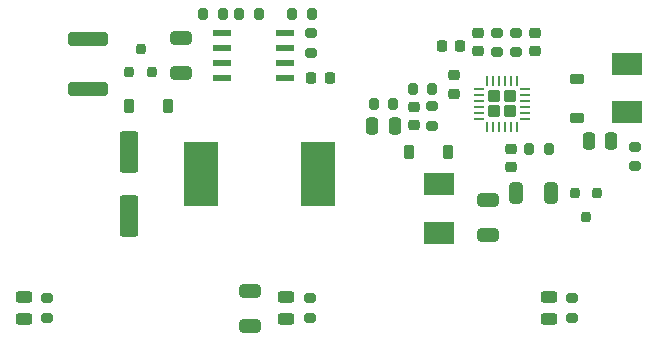
<source format=gtp>
G04 #@! TF.GenerationSoftware,KiCad,Pcbnew,7.0.8*
G04 #@! TF.CreationDate,2023-10-23T09:59:53+02:00*
G04 #@! TF.ProjectId,dual-psu,6475616c-2d70-4737-952e-6b696361645f,rev?*
G04 #@! TF.SameCoordinates,Original*
G04 #@! TF.FileFunction,Paste,Top*
G04 #@! TF.FilePolarity,Positive*
%FSLAX46Y46*%
G04 Gerber Fmt 4.6, Leading zero omitted, Abs format (unit mm)*
G04 Created by KiCad (PCBNEW 7.0.8) date 2023-10-23 09:59:53*
%MOMM*%
%LPD*%
G01*
G04 APERTURE LIST*
G04 Aperture macros list*
%AMRoundRect*
0 Rectangle with rounded corners*
0 $1 Rounding radius*
0 $2 $3 $4 $5 $6 $7 $8 $9 X,Y pos of 4 corners*
0 Add a 4 corners polygon primitive as box body*
4,1,4,$2,$3,$4,$5,$6,$7,$8,$9,$2,$3,0*
0 Add four circle primitives for the rounded corners*
1,1,$1+$1,$2,$3*
1,1,$1+$1,$4,$5*
1,1,$1+$1,$6,$7*
1,1,$1+$1,$8,$9*
0 Add four rect primitives between the rounded corners*
20,1,$1+$1,$2,$3,$4,$5,0*
20,1,$1+$1,$4,$5,$6,$7,0*
20,1,$1+$1,$6,$7,$8,$9,0*
20,1,$1+$1,$8,$9,$2,$3,0*%
G04 Aperture macros list end*
%ADD10RoundRect,0.200000X-0.275000X0.200000X-0.275000X-0.200000X0.275000X-0.200000X0.275000X0.200000X0*%
%ADD11RoundRect,0.250000X0.325000X0.650000X-0.325000X0.650000X-0.325000X-0.650000X0.325000X-0.650000X0*%
%ADD12R,2.500000X1.900000*%
%ADD13RoundRect,0.200000X-0.200000X0.250000X-0.200000X-0.250000X0.200000X-0.250000X0.200000X0.250000X0*%
%ADD14R,1.550000X0.600000*%
%ADD15RoundRect,0.200000X-0.200000X-0.275000X0.200000X-0.275000X0.200000X0.275000X-0.200000X0.275000X0*%
%ADD16R,2.900000X5.400000*%
%ADD17RoundRect,0.200000X0.275000X-0.200000X0.275000X0.200000X-0.275000X0.200000X-0.275000X-0.200000X0*%
%ADD18RoundRect,0.200000X0.200000X0.275000X-0.200000X0.275000X-0.200000X-0.275000X0.200000X-0.275000X0*%
%ADD19RoundRect,0.225000X0.250000X-0.225000X0.250000X0.225000X-0.250000X0.225000X-0.250000X-0.225000X0*%
%ADD20RoundRect,0.250000X0.650000X-0.325000X0.650000X0.325000X-0.650000X0.325000X-0.650000X-0.325000X0*%
%ADD21RoundRect,0.225000X-0.225000X-0.250000X0.225000X-0.250000X0.225000X0.250000X-0.225000X0.250000X0*%
%ADD22RoundRect,0.225000X-0.250000X0.225000X-0.250000X-0.225000X0.250000X-0.225000X0.250000X0.225000X0*%
%ADD23RoundRect,0.225000X0.225000X0.375000X-0.225000X0.375000X-0.225000X-0.375000X0.225000X-0.375000X0*%
%ADD24RoundRect,0.243750X-0.456250X0.243750X-0.456250X-0.243750X0.456250X-0.243750X0.456250X0.243750X0*%
%ADD25RoundRect,0.250000X0.550000X-1.500000X0.550000X1.500000X-0.550000X1.500000X-0.550000X-1.500000X0*%
%ADD26RoundRect,0.250000X-0.250000X-0.475000X0.250000X-0.475000X0.250000X0.475000X-0.250000X0.475000X0*%
%ADD27RoundRect,0.225000X-0.225000X-0.375000X0.225000X-0.375000X0.225000X0.375000X-0.225000X0.375000X0*%
%ADD28RoundRect,0.225000X0.225000X0.250000X-0.225000X0.250000X-0.225000X-0.250000X0.225000X-0.250000X0*%
%ADD29RoundRect,0.250000X0.250000X0.475000X-0.250000X0.475000X-0.250000X-0.475000X0.250000X-0.475000X0*%
%ADD30RoundRect,0.225000X-0.375000X0.225000X-0.375000X-0.225000X0.375000X-0.225000X0.375000X0.225000X0*%
%ADD31RoundRect,0.200000X0.200000X-0.250000X0.200000X0.250000X-0.200000X0.250000X-0.200000X-0.250000X0*%
%ADD32RoundRect,0.250000X-0.650000X0.325000X-0.650000X-0.325000X0.650000X-0.325000X0.650000X0.325000X0*%
%ADD33RoundRect,0.250000X0.275000X-0.275000X0.275000X0.275000X-0.275000X0.275000X-0.275000X-0.275000X0*%
%ADD34RoundRect,0.062500X0.062500X-0.350000X0.062500X0.350000X-0.062500X0.350000X-0.062500X-0.350000X0*%
%ADD35RoundRect,0.062500X0.350000X-0.062500X0.350000X0.062500X-0.350000X0.062500X-0.350000X-0.062500X0*%
%ADD36RoundRect,0.250000X-1.450000X0.312500X-1.450000X-0.312500X1.450000X-0.312500X1.450000X0.312500X0*%
G04 APERTURE END LIST*
D10*
X52465000Y-18218500D03*
X52465000Y-19868500D03*
D11*
X72740000Y-31756000D03*
X69790000Y-31756000D03*
D12*
X79215000Y-20806000D03*
X79215000Y-24906000D03*
D13*
X76665000Y-31756000D03*
X74765000Y-31756000D03*
X75715000Y-33756000D03*
D14*
X50283600Y-22036400D03*
X50283600Y-20766400D03*
X50283600Y-19496400D03*
X50283600Y-18226400D03*
X44883600Y-18226400D03*
X44883600Y-19496400D03*
X44883600Y-20766400D03*
X44883600Y-22036400D03*
D15*
X61052500Y-22956000D03*
X62702500Y-22956000D03*
D16*
X43151200Y-30117000D03*
X53051200Y-30117000D03*
D17*
X68215000Y-19831000D03*
X68215000Y-18181000D03*
D15*
X70927500Y-28006000D03*
X72577500Y-28006000D03*
D18*
X44952500Y-16606000D03*
X43302500Y-16606000D03*
D19*
X66615000Y-19781000D03*
X66615000Y-18231000D03*
D20*
X67415000Y-35281000D03*
X67415000Y-32331000D03*
D21*
X52477500Y-22056000D03*
X54027500Y-22056000D03*
D22*
X71415000Y-18231000D03*
X71415000Y-19781000D03*
D23*
X40365000Y-24356000D03*
X37065000Y-24356000D03*
D24*
X28140000Y-40568500D03*
X28140000Y-42443500D03*
D25*
X37065000Y-33706000D03*
X37065000Y-28306000D03*
D20*
X41465000Y-21631000D03*
X41465000Y-18681000D03*
D19*
X64565000Y-23343500D03*
X64565000Y-21793500D03*
D18*
X48027500Y-16606000D03*
X46377500Y-16606000D03*
D22*
X69365000Y-28018500D03*
X69365000Y-29568500D03*
D26*
X75965000Y-27356000D03*
X77865000Y-27356000D03*
D24*
X50365000Y-40568500D03*
X50365000Y-42443500D03*
D27*
X60765000Y-28262800D03*
X64065000Y-28262800D03*
D28*
X65052500Y-19356000D03*
X63502500Y-19356000D03*
D29*
X59540000Y-26056000D03*
X57640000Y-26056000D03*
D17*
X30090000Y-42331000D03*
X30090000Y-40681000D03*
X52340000Y-42331000D03*
X52340000Y-40681000D03*
D30*
X74965000Y-22106000D03*
X74965000Y-25406000D03*
D31*
X37065000Y-21556000D03*
X38965000Y-21556000D03*
X38015000Y-19556000D03*
D10*
X62665000Y-24431000D03*
X62665000Y-26081000D03*
D19*
X61140000Y-26031000D03*
X61140000Y-24481000D03*
D12*
X63265000Y-35128800D03*
X63265000Y-31028800D03*
D15*
X57752500Y-24206000D03*
X59402500Y-24206000D03*
D24*
X72590000Y-40568500D03*
X72590000Y-42443500D03*
D32*
X47265000Y-40081000D03*
X47265000Y-43031000D03*
D17*
X69815000Y-19831000D03*
X69815000Y-18181000D03*
D15*
X50852500Y-16606000D03*
X52502500Y-16606000D03*
D33*
X67965000Y-24856000D03*
X69265000Y-24856000D03*
X67965000Y-23556000D03*
X69265000Y-23556000D03*
D34*
X67365000Y-26143500D03*
X67865000Y-26143500D03*
X68365000Y-26143500D03*
X68865000Y-26143500D03*
X69365000Y-26143500D03*
X69865000Y-26143500D03*
D35*
X70552500Y-25456000D03*
X70552500Y-24956000D03*
X70552500Y-24456000D03*
X70552500Y-23956000D03*
X70552500Y-23456000D03*
X70552500Y-22956000D03*
D34*
X69865000Y-22268500D03*
X69365000Y-22268500D03*
X68865000Y-22268500D03*
X68365000Y-22268500D03*
X67865000Y-22268500D03*
X67365000Y-22268500D03*
D35*
X66677500Y-22956000D03*
X66677500Y-23456000D03*
X66677500Y-23956000D03*
X66677500Y-24456000D03*
X66677500Y-24956000D03*
X66677500Y-25456000D03*
D17*
X74540000Y-42331000D03*
X74540000Y-40681000D03*
D36*
X33547000Y-18708500D03*
X33547000Y-22983500D03*
D10*
X79865000Y-27856000D03*
X79865000Y-29506000D03*
M02*

</source>
